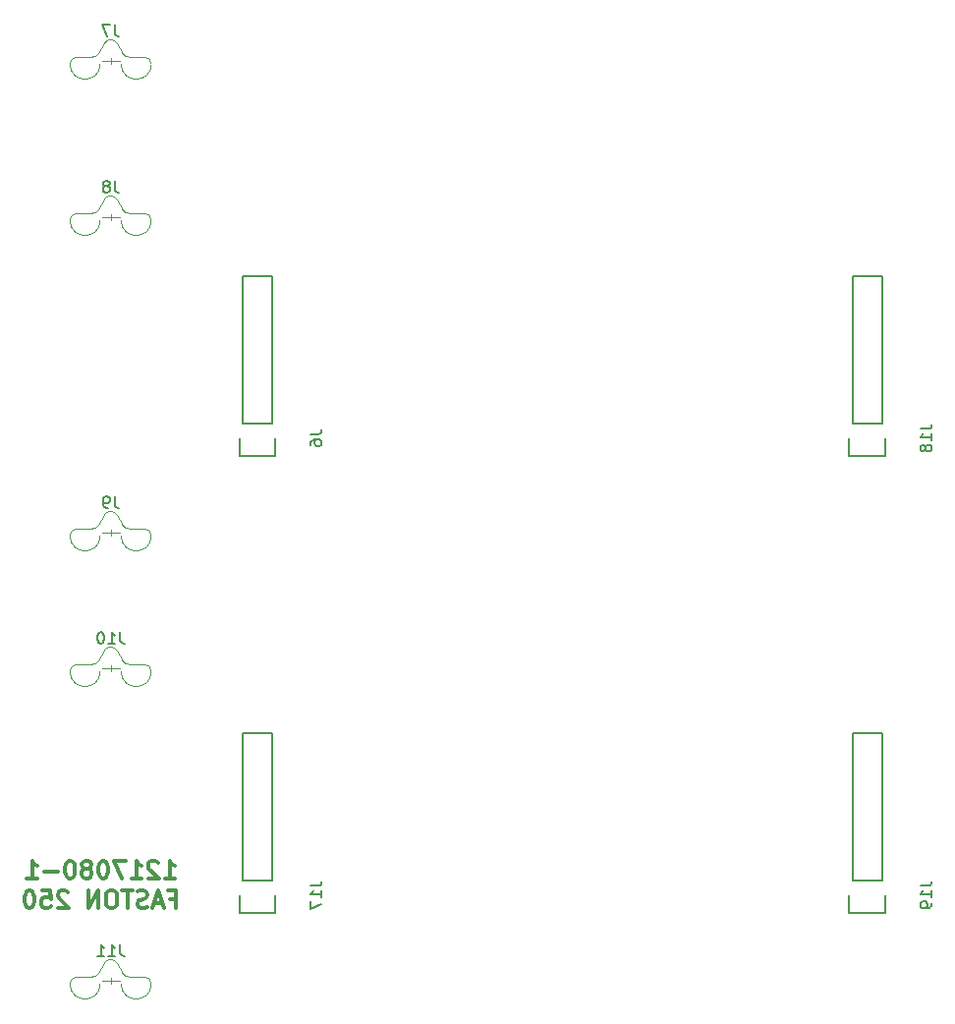
<source format=gbo>
G04 #@! TF.FileFunction,Legend,Bot*
%FSLAX46Y46*%
G04 Gerber Fmt 4.6, Leading zero omitted, Abs format (unit mm)*
G04 Created by KiCad (PCBNEW 4.0.4-stable) date 01/08/18 17:18:11*
%MOMM*%
%LPD*%
G01*
G04 APERTURE LIST*
%ADD10C,0.250000*%
%ADD11C,0.300000*%
%ADD12C,0.150000*%
%ADD13C,0.100000*%
G04 APERTURE END LIST*
D10*
D11*
X109639998Y-139103571D02*
X110497141Y-139103571D01*
X110068569Y-139103571D02*
X110068569Y-137603571D01*
X110211426Y-137817857D01*
X110354284Y-137960714D01*
X110497141Y-138032143D01*
X109068570Y-137746429D02*
X108997141Y-137675000D01*
X108854284Y-137603571D01*
X108497141Y-137603571D01*
X108354284Y-137675000D01*
X108282855Y-137746429D01*
X108211427Y-137889286D01*
X108211427Y-138032143D01*
X108282855Y-138246429D01*
X109139998Y-139103571D01*
X108211427Y-139103571D01*
X106782856Y-139103571D02*
X107639999Y-139103571D01*
X107211427Y-139103571D02*
X107211427Y-137603571D01*
X107354284Y-137817857D01*
X107497142Y-137960714D01*
X107639999Y-138032143D01*
X106282856Y-137603571D02*
X105282856Y-137603571D01*
X105925713Y-139103571D01*
X104425714Y-137603571D02*
X104282857Y-137603571D01*
X104140000Y-137675000D01*
X104068571Y-137746429D01*
X103997142Y-137889286D01*
X103925714Y-138175000D01*
X103925714Y-138532143D01*
X103997142Y-138817857D01*
X104068571Y-138960714D01*
X104140000Y-139032143D01*
X104282857Y-139103571D01*
X104425714Y-139103571D01*
X104568571Y-139032143D01*
X104640000Y-138960714D01*
X104711428Y-138817857D01*
X104782857Y-138532143D01*
X104782857Y-138175000D01*
X104711428Y-137889286D01*
X104640000Y-137746429D01*
X104568571Y-137675000D01*
X104425714Y-137603571D01*
X103068571Y-138246429D02*
X103211429Y-138175000D01*
X103282857Y-138103571D01*
X103354286Y-137960714D01*
X103354286Y-137889286D01*
X103282857Y-137746429D01*
X103211429Y-137675000D01*
X103068571Y-137603571D01*
X102782857Y-137603571D01*
X102640000Y-137675000D01*
X102568571Y-137746429D01*
X102497143Y-137889286D01*
X102497143Y-137960714D01*
X102568571Y-138103571D01*
X102640000Y-138175000D01*
X102782857Y-138246429D01*
X103068571Y-138246429D01*
X103211429Y-138317857D01*
X103282857Y-138389286D01*
X103354286Y-138532143D01*
X103354286Y-138817857D01*
X103282857Y-138960714D01*
X103211429Y-139032143D01*
X103068571Y-139103571D01*
X102782857Y-139103571D01*
X102640000Y-139032143D01*
X102568571Y-138960714D01*
X102497143Y-138817857D01*
X102497143Y-138532143D01*
X102568571Y-138389286D01*
X102640000Y-138317857D01*
X102782857Y-138246429D01*
X101568572Y-137603571D02*
X101425715Y-137603571D01*
X101282858Y-137675000D01*
X101211429Y-137746429D01*
X101140000Y-137889286D01*
X101068572Y-138175000D01*
X101068572Y-138532143D01*
X101140000Y-138817857D01*
X101211429Y-138960714D01*
X101282858Y-139032143D01*
X101425715Y-139103571D01*
X101568572Y-139103571D01*
X101711429Y-139032143D01*
X101782858Y-138960714D01*
X101854286Y-138817857D01*
X101925715Y-138532143D01*
X101925715Y-138175000D01*
X101854286Y-137889286D01*
X101782858Y-137746429D01*
X101711429Y-137675000D01*
X101568572Y-137603571D01*
X100425715Y-138532143D02*
X99282858Y-138532143D01*
X97782858Y-139103571D02*
X98640001Y-139103571D01*
X98211429Y-139103571D02*
X98211429Y-137603571D01*
X98354286Y-137817857D01*
X98497144Y-137960714D01*
X98640001Y-138032143D01*
X110139999Y-140867857D02*
X110639999Y-140867857D01*
X110639999Y-141653571D02*
X110639999Y-140153571D01*
X109925713Y-140153571D01*
X109425714Y-141225000D02*
X108711428Y-141225000D01*
X109568571Y-141653571D02*
X109068571Y-140153571D01*
X108568571Y-141653571D01*
X108140000Y-141582143D02*
X107925714Y-141653571D01*
X107568571Y-141653571D01*
X107425714Y-141582143D01*
X107354285Y-141510714D01*
X107282857Y-141367857D01*
X107282857Y-141225000D01*
X107354285Y-141082143D01*
X107425714Y-141010714D01*
X107568571Y-140939286D01*
X107854285Y-140867857D01*
X107997143Y-140796429D01*
X108068571Y-140725000D01*
X108140000Y-140582143D01*
X108140000Y-140439286D01*
X108068571Y-140296429D01*
X107997143Y-140225000D01*
X107854285Y-140153571D01*
X107497143Y-140153571D01*
X107282857Y-140225000D01*
X106854286Y-140153571D02*
X105997143Y-140153571D01*
X106425714Y-141653571D02*
X106425714Y-140153571D01*
X105211429Y-140153571D02*
X104925715Y-140153571D01*
X104782857Y-140225000D01*
X104640000Y-140367857D01*
X104568572Y-140653571D01*
X104568572Y-141153571D01*
X104640000Y-141439286D01*
X104782857Y-141582143D01*
X104925715Y-141653571D01*
X105211429Y-141653571D01*
X105354286Y-141582143D01*
X105497143Y-141439286D01*
X105568572Y-141153571D01*
X105568572Y-140653571D01*
X105497143Y-140367857D01*
X105354286Y-140225000D01*
X105211429Y-140153571D01*
X103925714Y-141653571D02*
X103925714Y-140153571D01*
X103068571Y-141653571D01*
X103068571Y-140153571D01*
X101282857Y-140296429D02*
X101211428Y-140225000D01*
X101068571Y-140153571D01*
X100711428Y-140153571D01*
X100568571Y-140225000D01*
X100497142Y-140296429D01*
X100425714Y-140439286D01*
X100425714Y-140582143D01*
X100497142Y-140796429D01*
X101354285Y-141653571D01*
X100425714Y-141653571D01*
X99068571Y-140153571D02*
X99782857Y-140153571D01*
X99854286Y-140867857D01*
X99782857Y-140796429D01*
X99640000Y-140725000D01*
X99282857Y-140725000D01*
X99140000Y-140796429D01*
X99068571Y-140867857D01*
X98997143Y-141010714D01*
X98997143Y-141367857D01*
X99068571Y-141510714D01*
X99140000Y-141582143D01*
X99282857Y-141653571D01*
X99640000Y-141653571D01*
X99782857Y-141582143D01*
X99854286Y-141510714D01*
X98068572Y-140153571D02*
X97925715Y-140153571D01*
X97782858Y-140225000D01*
X97711429Y-140296429D01*
X97640000Y-140439286D01*
X97568572Y-140725000D01*
X97568572Y-141082143D01*
X97640000Y-141367857D01*
X97711429Y-141510714D01*
X97782858Y-141582143D01*
X97925715Y-141653571D01*
X98068572Y-141653571D01*
X98211429Y-141582143D01*
X98282858Y-141510714D01*
X98354286Y-141367857D01*
X98425715Y-141082143D01*
X98425715Y-140725000D01*
X98354286Y-140439286D01*
X98282858Y-140296429D01*
X98211429Y-140225000D01*
X98068572Y-140153571D01*
D12*
X116355000Y-99905000D02*
X116355000Y-87205000D01*
X116355000Y-87205000D02*
X118895000Y-87205000D01*
X118895000Y-87205000D02*
X118895000Y-99905000D01*
X116075000Y-102725000D02*
X116075000Y-101175000D01*
X116355000Y-99905000D02*
X118895000Y-99905000D01*
X119175000Y-101175000D02*
X119175000Y-102725000D01*
X119175000Y-102725000D02*
X116075000Y-102725000D01*
D13*
X105757980Y-68640960D02*
X104233980Y-68640960D01*
X104995980Y-68894960D02*
X104995980Y-68386960D01*
X105523909Y-67142360D02*
G75*
G03X104468051Y-67142360I-527929J-304800D01*
G01*
X105523909Y-67142360D02*
X106037173Y-68031360D01*
X106037174Y-68031360D02*
G75*
G03X106565103Y-68336160I527929J304800D01*
G01*
X106565103Y-68336160D02*
X107891580Y-68336160D01*
X108501179Y-68944696D02*
G75*
G03X107891580Y-68336160I-609599J-1064D01*
G01*
X105897680Y-68945760D02*
G75*
G03X108501180Y-68945760I1301750J0D01*
G01*
X103426857Y-68336160D02*
X102100380Y-68336160D01*
X101490780Y-68945760D02*
G75*
G03X104094280Y-68945760I1301750J0D01*
G01*
X104468051Y-67142360D02*
X103954787Y-68031360D01*
X103426857Y-68336161D02*
G75*
G03X103954787Y-68031360I0J609601D01*
G01*
X102100380Y-68336160D02*
G75*
G03X101490780Y-68945760I0J-609600D01*
G01*
X105755440Y-82102960D02*
X104231440Y-82102960D01*
X104993440Y-82356960D02*
X104993440Y-81848960D01*
X105521369Y-80604360D02*
G75*
G03X104465511Y-80604360I-527929J-304800D01*
G01*
X105521369Y-80604360D02*
X106034633Y-81493360D01*
X106034634Y-81493360D02*
G75*
G03X106562563Y-81798160I527929J304800D01*
G01*
X106562563Y-81798160D02*
X107889040Y-81798160D01*
X108498639Y-82406696D02*
G75*
G03X107889040Y-81798160I-609599J-1064D01*
G01*
X105895140Y-82407760D02*
G75*
G03X108498640Y-82407760I1301750J0D01*
G01*
X103424317Y-81798160D02*
X102097840Y-81798160D01*
X101488240Y-82407760D02*
G75*
G03X104091740Y-82407760I1301750J0D01*
G01*
X104465511Y-80604360D02*
X103952247Y-81493360D01*
X103424317Y-81798161D02*
G75*
G03X103952247Y-81493360I0J609601D01*
G01*
X102097840Y-81798160D02*
G75*
G03X101488240Y-82407760I0J-609600D01*
G01*
X105755440Y-109280960D02*
X104231440Y-109280960D01*
X104993440Y-109534960D02*
X104993440Y-109026960D01*
X105521369Y-107782360D02*
G75*
G03X104465511Y-107782360I-527929J-304800D01*
G01*
X105521369Y-107782360D02*
X106034633Y-108671360D01*
X106034634Y-108671360D02*
G75*
G03X106562563Y-108976160I527929J304800D01*
G01*
X106562563Y-108976160D02*
X107889040Y-108976160D01*
X108498639Y-109584696D02*
G75*
G03X107889040Y-108976160I-609599J-1064D01*
G01*
X105895140Y-109585760D02*
G75*
G03X108498640Y-109585760I1301750J0D01*
G01*
X103424317Y-108976160D02*
X102097840Y-108976160D01*
X101488240Y-109585760D02*
G75*
G03X104091740Y-109585760I1301750J0D01*
G01*
X104465511Y-107782360D02*
X103952247Y-108671360D01*
X103424317Y-108976161D02*
G75*
G03X103952247Y-108671360I0J609601D01*
G01*
X102097840Y-108976160D02*
G75*
G03X101488240Y-109585760I0J-609600D01*
G01*
X105755440Y-120964960D02*
X104231440Y-120964960D01*
X104993440Y-121218960D02*
X104993440Y-120710960D01*
X105521369Y-119466360D02*
G75*
G03X104465511Y-119466360I-527929J-304800D01*
G01*
X105521369Y-119466360D02*
X106034633Y-120355360D01*
X106034634Y-120355360D02*
G75*
G03X106562563Y-120660160I527929J304800D01*
G01*
X106562563Y-120660160D02*
X107889040Y-120660160D01*
X108498639Y-121268696D02*
G75*
G03X107889040Y-120660160I-609599J-1064D01*
G01*
X105895140Y-121269760D02*
G75*
G03X108498640Y-121269760I1301750J0D01*
G01*
X103424317Y-120660160D02*
X102097840Y-120660160D01*
X101488240Y-121269760D02*
G75*
G03X104091740Y-121269760I1301750J0D01*
G01*
X104465511Y-119466360D02*
X103952247Y-120355360D01*
X103424317Y-120660161D02*
G75*
G03X103952247Y-120355360I0J609601D01*
G01*
X102097840Y-120660160D02*
G75*
G03X101488240Y-121269760I0J-609600D01*
G01*
X105755440Y-147888960D02*
X104231440Y-147888960D01*
X104993440Y-148142960D02*
X104993440Y-147634960D01*
X105521369Y-146390360D02*
G75*
G03X104465511Y-146390360I-527929J-304800D01*
G01*
X105521369Y-146390360D02*
X106034633Y-147279360D01*
X106034634Y-147279360D02*
G75*
G03X106562563Y-147584160I527929J304800D01*
G01*
X106562563Y-147584160D02*
X107889040Y-147584160D01*
X108498639Y-148192696D02*
G75*
G03X107889040Y-147584160I-609599J-1064D01*
G01*
X105895140Y-148193760D02*
G75*
G03X108498640Y-148193760I1301750J0D01*
G01*
X103424317Y-147584160D02*
X102097840Y-147584160D01*
X101488240Y-148193760D02*
G75*
G03X104091740Y-148193760I1301750J0D01*
G01*
X104465511Y-146390360D02*
X103952247Y-147279360D01*
X103424317Y-147584161D02*
G75*
G03X103952247Y-147279360I0J609601D01*
G01*
X102097840Y-147584160D02*
G75*
G03X101488240Y-148193760I0J-609600D01*
G01*
D12*
X116355000Y-139280000D02*
X116355000Y-126580000D01*
X116355000Y-126580000D02*
X118895000Y-126580000D01*
X118895000Y-126580000D02*
X118895000Y-139280000D01*
X116075000Y-142100000D02*
X116075000Y-140550000D01*
X116355000Y-139280000D02*
X118895000Y-139280000D01*
X119175000Y-140550000D02*
X119175000Y-142100000D01*
X119175000Y-142100000D02*
X116075000Y-142100000D01*
X168930000Y-99905000D02*
X168930000Y-87205000D01*
X168930000Y-87205000D02*
X171470000Y-87205000D01*
X171470000Y-87205000D02*
X171470000Y-99905000D01*
X168650000Y-102725000D02*
X168650000Y-101175000D01*
X168930000Y-99905000D02*
X171470000Y-99905000D01*
X171750000Y-101175000D02*
X171750000Y-102725000D01*
X171750000Y-102725000D02*
X168650000Y-102725000D01*
X168930000Y-139255000D02*
X168930000Y-126555000D01*
X168930000Y-126555000D02*
X171470000Y-126555000D01*
X171470000Y-126555000D02*
X171470000Y-139255000D01*
X168650000Y-142075000D02*
X168650000Y-140525000D01*
X168930000Y-139255000D02*
X171470000Y-139255000D01*
X171750000Y-140525000D02*
X171750000Y-142075000D01*
X171750000Y-142075000D02*
X168650000Y-142075000D01*
X122177381Y-100841667D02*
X122891667Y-100841667D01*
X123034524Y-100794047D01*
X123129762Y-100698809D01*
X123177381Y-100555952D01*
X123177381Y-100460714D01*
X122177381Y-101746429D02*
X122177381Y-101555952D01*
X122225000Y-101460714D01*
X122272619Y-101413095D01*
X122415476Y-101317857D01*
X122605952Y-101270238D01*
X122986905Y-101270238D01*
X123082143Y-101317857D01*
X123129762Y-101365476D01*
X123177381Y-101460714D01*
X123177381Y-101651191D01*
X123129762Y-101746429D01*
X123082143Y-101794048D01*
X122986905Y-101841667D01*
X122748810Y-101841667D01*
X122653571Y-101794048D01*
X122605952Y-101746429D01*
X122558333Y-101651191D01*
X122558333Y-101460714D01*
X122605952Y-101365476D01*
X122653571Y-101317857D01*
X122748810Y-101270238D01*
X105329313Y-65553341D02*
X105329313Y-66267627D01*
X105376933Y-66410484D01*
X105472171Y-66505722D01*
X105615028Y-66553341D01*
X105710266Y-66553341D01*
X104948361Y-65553341D02*
X104281694Y-65553341D01*
X104710266Y-66553341D01*
X105326773Y-79015341D02*
X105326773Y-79729627D01*
X105374393Y-79872484D01*
X105469631Y-79967722D01*
X105612488Y-80015341D01*
X105707726Y-80015341D01*
X104707726Y-79443912D02*
X104802964Y-79396293D01*
X104850583Y-79348674D01*
X104898202Y-79253436D01*
X104898202Y-79205817D01*
X104850583Y-79110579D01*
X104802964Y-79062960D01*
X104707726Y-79015341D01*
X104517249Y-79015341D01*
X104422011Y-79062960D01*
X104374392Y-79110579D01*
X104326773Y-79205817D01*
X104326773Y-79253436D01*
X104374392Y-79348674D01*
X104422011Y-79396293D01*
X104517249Y-79443912D01*
X104707726Y-79443912D01*
X104802964Y-79491531D01*
X104850583Y-79539150D01*
X104898202Y-79634389D01*
X104898202Y-79824865D01*
X104850583Y-79920103D01*
X104802964Y-79967722D01*
X104707726Y-80015341D01*
X104517249Y-80015341D01*
X104422011Y-79967722D01*
X104374392Y-79920103D01*
X104326773Y-79824865D01*
X104326773Y-79634389D01*
X104374392Y-79539150D01*
X104422011Y-79491531D01*
X104517249Y-79443912D01*
X105326773Y-106193341D02*
X105326773Y-106907627D01*
X105374393Y-107050484D01*
X105469631Y-107145722D01*
X105612488Y-107193341D01*
X105707726Y-107193341D01*
X104802964Y-107193341D02*
X104612488Y-107193341D01*
X104517249Y-107145722D01*
X104469630Y-107098103D01*
X104374392Y-106955246D01*
X104326773Y-106764770D01*
X104326773Y-106383817D01*
X104374392Y-106288579D01*
X104422011Y-106240960D01*
X104517249Y-106193341D01*
X104707726Y-106193341D01*
X104802964Y-106240960D01*
X104850583Y-106288579D01*
X104898202Y-106383817D01*
X104898202Y-106621912D01*
X104850583Y-106717150D01*
X104802964Y-106764770D01*
X104707726Y-106812389D01*
X104517249Y-106812389D01*
X104422011Y-106764770D01*
X104374392Y-106717150D01*
X104326773Y-106621912D01*
X105802963Y-117877341D02*
X105802963Y-118591627D01*
X105850583Y-118734484D01*
X105945821Y-118829722D01*
X106088678Y-118877341D01*
X106183916Y-118877341D01*
X104802963Y-118877341D02*
X105374392Y-118877341D01*
X105088678Y-118877341D02*
X105088678Y-117877341D01*
X105183916Y-118020198D01*
X105279154Y-118115436D01*
X105374392Y-118163055D01*
X104183916Y-117877341D02*
X104088677Y-117877341D01*
X103993439Y-117924960D01*
X103945820Y-117972579D01*
X103898201Y-118067817D01*
X103850582Y-118258293D01*
X103850582Y-118496389D01*
X103898201Y-118686865D01*
X103945820Y-118782103D01*
X103993439Y-118829722D01*
X104088677Y-118877341D01*
X104183916Y-118877341D01*
X104279154Y-118829722D01*
X104326773Y-118782103D01*
X104374392Y-118686865D01*
X104422011Y-118496389D01*
X104422011Y-118258293D01*
X104374392Y-118067817D01*
X104326773Y-117972579D01*
X104279154Y-117924960D01*
X104183916Y-117877341D01*
X105802963Y-144801341D02*
X105802963Y-145515627D01*
X105850583Y-145658484D01*
X105945821Y-145753722D01*
X106088678Y-145801341D01*
X106183916Y-145801341D01*
X104802963Y-145801341D02*
X105374392Y-145801341D01*
X105088678Y-145801341D02*
X105088678Y-144801341D01*
X105183916Y-144944198D01*
X105279154Y-145039436D01*
X105374392Y-145087055D01*
X103850582Y-145801341D02*
X104422011Y-145801341D01*
X104136297Y-145801341D02*
X104136297Y-144801341D01*
X104231535Y-144944198D01*
X104326773Y-145039436D01*
X104422011Y-145087055D01*
X122177381Y-139740477D02*
X122891667Y-139740477D01*
X123034524Y-139692857D01*
X123129762Y-139597619D01*
X123177381Y-139454762D01*
X123177381Y-139359524D01*
X123177381Y-140740477D02*
X123177381Y-140169048D01*
X123177381Y-140454762D02*
X122177381Y-140454762D01*
X122320238Y-140359524D01*
X122415476Y-140264286D01*
X122463095Y-140169048D01*
X122177381Y-141073810D02*
X122177381Y-141740477D01*
X123177381Y-141311905D01*
X174752381Y-100365477D02*
X175466667Y-100365477D01*
X175609524Y-100317857D01*
X175704762Y-100222619D01*
X175752381Y-100079762D01*
X175752381Y-99984524D01*
X175752381Y-101365477D02*
X175752381Y-100794048D01*
X175752381Y-101079762D02*
X174752381Y-101079762D01*
X174895238Y-100984524D01*
X174990476Y-100889286D01*
X175038095Y-100794048D01*
X175180952Y-101936905D02*
X175133333Y-101841667D01*
X175085714Y-101794048D01*
X174990476Y-101746429D01*
X174942857Y-101746429D01*
X174847619Y-101794048D01*
X174800000Y-101841667D01*
X174752381Y-101936905D01*
X174752381Y-102127382D01*
X174800000Y-102222620D01*
X174847619Y-102270239D01*
X174942857Y-102317858D01*
X174990476Y-102317858D01*
X175085714Y-102270239D01*
X175133333Y-102222620D01*
X175180952Y-102127382D01*
X175180952Y-101936905D01*
X175228571Y-101841667D01*
X175276190Y-101794048D01*
X175371429Y-101746429D01*
X175561905Y-101746429D01*
X175657143Y-101794048D01*
X175704762Y-101841667D01*
X175752381Y-101936905D01*
X175752381Y-102127382D01*
X175704762Y-102222620D01*
X175657143Y-102270239D01*
X175561905Y-102317858D01*
X175371429Y-102317858D01*
X175276190Y-102270239D01*
X175228571Y-102222620D01*
X175180952Y-102127382D01*
X174752381Y-139715477D02*
X175466667Y-139715477D01*
X175609524Y-139667857D01*
X175704762Y-139572619D01*
X175752381Y-139429762D01*
X175752381Y-139334524D01*
X175752381Y-140715477D02*
X175752381Y-140144048D01*
X175752381Y-140429762D02*
X174752381Y-140429762D01*
X174895238Y-140334524D01*
X174990476Y-140239286D01*
X175038095Y-140144048D01*
X175752381Y-141191667D02*
X175752381Y-141382143D01*
X175704762Y-141477382D01*
X175657143Y-141525001D01*
X175514286Y-141620239D01*
X175323810Y-141667858D01*
X174942857Y-141667858D01*
X174847619Y-141620239D01*
X174800000Y-141572620D01*
X174752381Y-141477382D01*
X174752381Y-141286905D01*
X174800000Y-141191667D01*
X174847619Y-141144048D01*
X174942857Y-141096429D01*
X175180952Y-141096429D01*
X175276190Y-141144048D01*
X175323810Y-141191667D01*
X175371429Y-141286905D01*
X175371429Y-141477382D01*
X175323810Y-141572620D01*
X175276190Y-141620239D01*
X175180952Y-141667858D01*
M02*

</source>
